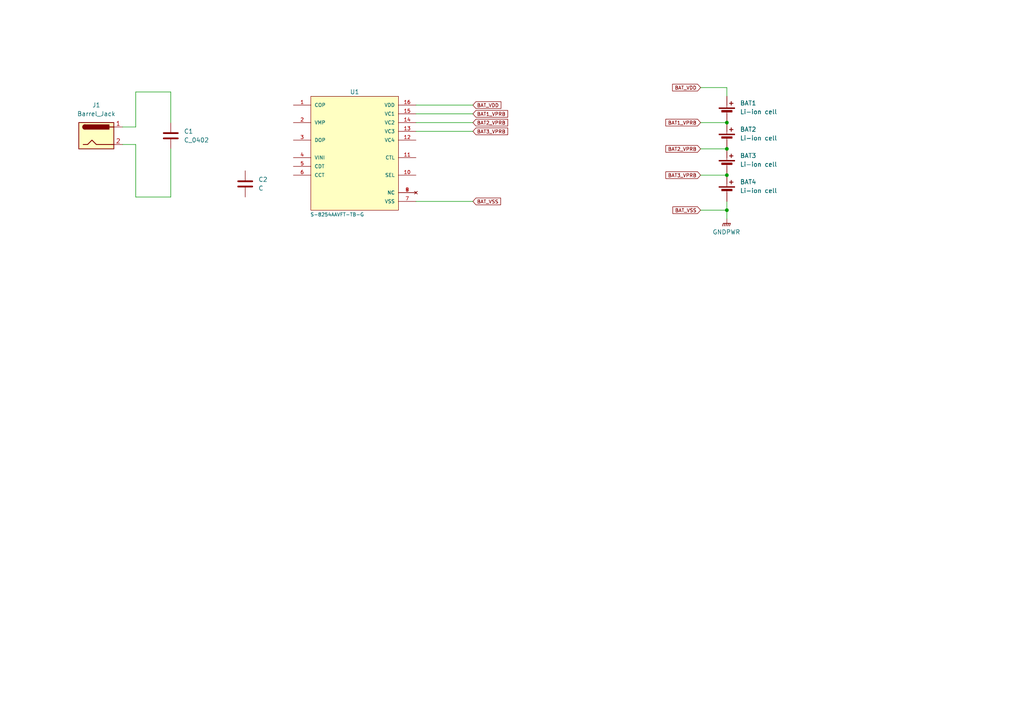
<source format=kicad_sch>
(kicad_sch (version 20230121) (generator eeschema)
  (paper "A4")
  (title_block (title "FDRBAT-PS28 Replacement Battery Unit Charge Control") (date "2024-01-02") (rev "XA01") (company "FALDELEC") (comment 1 "Replaces PS-38 batteries for radio sets AN-PRC 8-9-10 & TRPP13") (comment 2 "Control circuitry for 4 Li-ion batteries in FDRBAT-PS28. ") (comment 3 "Ref: 2PA050228") (comment 4 "Class: 04 (ELEC)"))
  (lib_symbols
    (symbol "Connector:Barrel_Jack" (pin_names (offset 1.016))
      (property "Reference" "J" (at 0 5.334 0))
      (property "Value" "Barrel_Jack" (at 0 -5.08 0))
      (symbol "Barrel_Jack_0_1"
        (rectangle (start -5.08 3.81) (end 5.08 -3.81) (stroke (width 0.254)) (fill (type background)))
        (arc (start -3.302 3.175) (mid -3.9343 2.54) (end -3.302 1.905) (stroke (width 0.254)))
        (arc (start -3.302 3.175) (mid -3.9343 2.54) (end -3.302 1.905) (stroke (width 0.254)) (fill (type outline)))
        (polyline (pts (xy 5.08 2.54) (xy 3.81 2.54)) (stroke (width 0.254)))
        (polyline (pts (xy -3.81 -2.54) (xy -2.54 -2.54) (xy -1.27 -1.27) (xy 0 -2.54) (xy 2.54 -2.54) (xy 5.08 -2.54)) (stroke (width 0.254)))
        (rectangle (start 3.683 3.175) (end -3.302 1.905) (stroke (width 0.254)) (fill (type outline)))
      )
      (symbol "Barrel_Jack_1_1"
        (pin passive line (at 7.62 2.54 180) (length 2.54) (name "~") (number "1"))
        (pin passive line (at 7.62 -2.54 180) (length 2.54) (name "~") (number "2"))
      )
    )
    (symbol "Device:Battery_Cell" (pin_numbers hide) (pin_names (offset 0) hide)
      (property "Reference" "BT" (at 2.54 2.54 0))
      (property "Value" "Battery_Cell" (at 2.54 0 0))
      (symbol "Battery_Cell_0_1"
        (rectangle (start -2.286 1.778) (end 2.286 1.524) (fill (type outline)))
        (rectangle (start -1.524 1.016) (end 1.524 0.508) (fill (type outline)))
        (polyline (pts (xy 0 0.762) (xy 0 0)))
        (polyline (pts (xy 0 1.778) (xy 0 2.54)))
        (polyline (pts (xy 0.762 3.048) (xy 1.778 3.048)) (stroke (width 0.254)))
        (polyline (pts (xy 1.27 3.556) (xy 1.27 2.54)) (stroke (width 0.254)))
      )
      (symbol "Battery_Cell_1_1"
        (pin passive line (at 0 5.08 270) (length 2.54) (name "+") (number "1"))
        (pin passive line (at 0 -2.54 90) (length 2.54) (name "-") (number "2"))
      )
    )
    (symbol "Device:C" (pin_numbers hide) (pin_names (offset 0.254))
      (property "Reference" "C" (at 0.635 2.54 0))
      (property "Value" "C" (at 0.635 -2.54 0))
      (symbol "C_0_1"
        (polyline (pts (xy -2.032 -0.762) (xy 2.032 -0.762)) (stroke (width 0.508)))
        (polyline (pts (xy -2.032 0.762) (xy 2.032 0.762)) (stroke (width 0.508)))
      )
      (symbol "C_1_1"
        (pin passive line (at 0 3.81 270) (length 2.794) (name "~") (number "1"))
        (pin passive line (at 0 -3.81 90) (length 2.794) (name "~") (number "2"))
      )
    )
    (symbol "PCM_Capacitor_AKL:C_0402" (pin_numbers hide) (pin_names (offset 0.254))
      (property "Reference" "C" (at 0.635 2.54 0))
      (property "Value" "C_0402" (at 0.635 -2.54 0))
      (symbol "C_0402_0_1"
        (polyline (pts (xy -2.032 -0.762) (xy 2.032 -0.762)) (stroke (width 0.508)))
        (polyline (pts (xy -2.032 0.762) (xy 2.032 0.762)) (stroke (width 0.508)))
      )
      (symbol "C_0402_1_1"
        (pin passive line (at 0 3.81 270) (length 2.794) (name "~") (number "1"))
        (pin passive line (at 0 -3.81 90) (length 2.794) (name "~") (number "2"))
      )
    )
    (symbol "S-8254AAVFT-TB-G:S-8254AAVFT-TB-G" (pin_names (offset 1.016))
      (property "Reference" "U" (at -12.7 16.002 0))
      (property "Value" "S-8254AAVFT-TB-G" (at -12.7 -20.32 0))
      (symbol "S-8254AAVFT-TB-G_0_0"
        (rectangle (start -12.7 -17.78) (end 12.7 15.24) (stroke (width 0.1524)) (fill (type background)))
        (pin output line (at -17.78 12.7 0) (length 5.08) (name "COP") (number "1"))
        (pin passive line (at 17.78 -7.62 180) (length 5.08) (name "SEL") (number "10"))
        (pin input line (at 17.78 -2.54 180) (length 5.08) (name "CTL") (number "11"))
        (pin power_in line (at 17.78 2.54 180) (length 5.08) (name "VC4") (number "12"))
        (pin power_in line (at 17.78 5.08 180) (length 5.08) (name "VC3") (number "13"))
        (pin power_in line (at 17.78 7.62 180) (length 5.08) (name "VC2") (number "14"))
        (pin power_in line (at 17.78 10.16 180) (length 5.08) (name "VC1") (number "15"))
        (pin power_in line (at 17.78 12.7 180) (length 5.08) (name "VDD") (number "16"))
        (pin passive line (at -17.78 7.62 0) (length 5.08) (name "VMP") (number "2"))
        (pin output line (at -17.78 2.54 0) (length 5.08) (name "DOP") (number "3"))
        (pin passive line (at -17.78 -2.54 0) (length 5.08) (name "VINI") (number "4"))
        (pin passive line (at -17.78 -5.08 0) (length 5.08) (name "CDT") (number "5"))
        (pin passive line (at -17.78 -7.62 0) (length 5.08) (name "CCT") (number "6"))
        (pin power_in line (at 17.78 -15.24 180) (length 5.08) (name "VSS") (number "7"))
        (pin no_connect line (at 17.78 -12.7 180) (length 5.08) (name "NC") (number "8"))
        (pin no_connect line (at 17.78 -12.7 180) (length 5.08) (name "NC") (number "9"))
      )
    )
    (symbol "power:GNDPWR" (power) (pin_names (offset 0))
      (property "Value" "GNDPWR" (at 0 -3.302 0))
      (symbol "GNDPWR_0_1"
        (polyline (pts (xy 0 -1.27) (xy 0 0)))
        (polyline (pts (xy -1.016 -1.27) (xy -1.27 -2.032) (xy -1.27 -2.032)) (stroke (width 0.2032)))
        (polyline (pts (xy -0.508 -1.27) (xy -0.762 -2.032) (xy -0.762 -2.032)) (stroke (width 0.2032)))
        (polyline (pts (xy 0 -1.27) (xy -0.254 -2.032) (xy -0.254 -2.032)) (stroke (width 0.2032)))
        (polyline (pts (xy 0.508 -1.27) (xy 0.254 -2.032) (xy 0.254 -2.032)) (stroke (width 0.2032)))
        (polyline (pts (xy 1.016 -1.27) (xy -1.016 -1.27) (xy -1.016 -1.27)) (stroke (width 0.2032)))
        (polyline (pts (xy 1.016 -1.27) (xy 0.762 -2.032) (xy 0.762 -2.032) (xy 0.762 -2.032)) (stroke (width 0.2032)))
      )
      (symbol "GNDPWR_1_1"
        (pin power_in line (at 0 0 270) (length 0) hide (name "GNDPWR") (number "1"))
      )
    )
  )
  (junction (at 210.82 50.8))
  (junction (at 210.82 60.96))
  (junction (at 210.82 35.56))
  (junction (at 210.82 43.18))
  (wire (pts (xy 39.37 36.83) (xy 39.37 26.67)))
  (wire (pts (xy 120.65 33.02) (xy 137.16 33.02)))
  (wire (pts (xy 210.82 60.96) (xy 210.82 58.42)))
  (wire (pts (xy 210.82 63.5) (xy 210.82 60.96)))
  (wire (pts (xy 203.2 50.8) (xy 210.82 50.8)))
  (wire (pts (xy 39.37 26.67) (xy 49.53 26.67)))
  (wire (pts (xy 39.37 57.15) (xy 49.53 57.15)))
  (wire (pts (xy 120.65 38.1) (xy 137.16 38.1)))
  (wire (pts (xy 49.53 26.67) (xy 49.53 35.56)))
  (wire (pts (xy 210.82 25.4) (xy 210.82 27.94)))
  (wire (pts (xy 49.53 43.18) (xy 49.53 57.15)))
  (wire (pts (xy 203.2 35.56) (xy 210.82 35.56)))
  (wire (pts (xy 35.56 41.91) (xy 39.37 41.91)))
  (wire (pts (xy 120.65 35.56) (xy 137.16 35.56)))
  (wire (pts (xy 35.56 36.83) (xy 39.37 36.83)))
  (wire (pts (xy 120.65 58.42) (xy 137.16 58.42)))
  (wire (pts (xy 39.37 41.91) (xy 39.37 57.15)))
  (wire (pts (xy 203.2 60.96) (xy 210.82 60.96)))
  (wire (pts (xy 120.65 30.48) (xy 137.16 30.48)))
  (wire (pts (xy 203.2 25.4) (xy 210.82 25.4)))
  (wire (pts (xy 203.2 43.18) (xy 210.82 43.18)))
  (global_label "BAT_VDD" (shape input) (at 203.2 25.4 180) (effects (font (size 1 1))) (property "Intersheetrefs" "${INTERSHEET_REFS}" (effects hide)))
  (global_label "BAT_VSS" (shape input) (at 137.16 58.42 0) (effects (font (size 1 1))) (property "Intersheetrefs" "${INTERSHEET_REFS}" (effects hide)))
  (global_label "BAT2_VPRB" (shape input) (at 203.2 43.18 180) (effects (font (size 1 1))) (property "Intersheetrefs" "${INTERSHEET_REFS}" (effects hide)))
  (global_label "BAT_VDD" (shape input) (at 137.16 30.48 0) (effects (font (size 1 1))) (property "Intersheetrefs" "${INTERSHEET_REFS}" (effects hide)))
  (global_label "BAT_VSS" (shape input) (at 203.2 60.96 180) (effects (font (size 1 1))) (property "Intersheetrefs" "${INTERSHEET_REFS}" (effects hide)))
  (global_label "BAT1_VPRB" (shape input) (at 203.2 35.56 180) (effects (font (size 1 1))) (property "Intersheetrefs" "${INTERSHEET_REFS}" (effects hide)))
  (global_label "BAT1_VPRB" (shape input) (at 137.16 33.02 0) (effects (font (size 1 1))) (property "Intersheetrefs" "${INTERSHEET_REFS}" (effects hide)))
  (global_label "BAT2_VPRB" (shape input) (at 137.16 35.56 0) (effects (font (size 1 1))) (property "Intersheetrefs" "${INTERSHEET_REFS}" (effects hide)))
  (global_label "BAT3_VPRB" (shape input) (at 203.2 50.8 180) (effects (font (size 1 1))) (property "Intersheetrefs" "${INTERSHEET_REFS}" (effects hide)))
  (global_label "BAT3_VPRB" (shape input) (at 137.16 38.1 0) (effects (font (size 1 1))) (property "Intersheetrefs" "${INTERSHEET_REFS}" (effects hide)))
  (symbol (lib_id "Connector:Barrel_Jack") (at 27.94 39.37 0) (unit 1)
    (property "Reference" "J1" (at 27.94 30.48 0))
    (property "Value" "Barrel_Jack" (at 27.94 33.02 0))
  )
  (symbol (lib_id "Device:Battery_Cell") (at 210.82 40.64 0) (unit 1)
    (property "Reference" "BAT2" (at 214.63 37.5285 0) (effects (justify left)))
    (property "Value" "Li-ion cell" (at 214.63 40.0685 0) (effects (justify left)))
  )
  (symbol (lib_id "Device:Battery_Cell") (at 210.82 33.02 0) (unit 1)
    (property "Reference" "BAT1" (at 214.63 29.9085 0) (effects (justify left)))
    (property "Value" "Li-ion cell" (at 214.63 32.4485 0) (effects (justify left)))
  )
  (symbol (lib_id "Device:C") (at 71.12 53.34 0) (unit 1)
    (property "Reference" "C2" (at 74.93 52.07 0) (effects (justify left)))
    (property "Value" "C" (at 74.93 54.61 0) (effects (justify left)))
  )
  (symbol (lib_id "S-8254AAVFT-TB-G:S-8254AAVFT-TB-G") (at 102.87 43.18 0) (unit 1)
    (property "Reference" "U1" (at 102.87 26.67 0))
    (property "Value" "S-8254AAVFT-TB-G" (at 97.79 62.23 0) (effects (font (size 1 1))))
    (property "Footprint" "S-8254AAVFT-TB-G:SOP65P640X110-16N" (effects hide))
    (property "MF" "ABLIC U.S.A." (effects hide))
    (property "SNAPEDA_PACKAGE_ID" "45698" (effects hide))
    (property "PACKAGE" "TSSOP-16 Seiko" (effects hide))
    (property "Price" "None" (effects hide))
    (property "Package" "TSSOP-16 Seiko" (effects hide))
    (property "Check_prices" "https://www.snapeda.com/parts/S-8254AAVFT-TB-G/ABLIC+U.S.A.+Inc./view-part/?ref=eda" (effects hide))
    (property "PARTREV" "5.3" (effects hide))
    (property "SnapEDA_Link" "https://www.snapeda.com/parts/S-8254AAVFT-TB-G/ABLIC+U.S.A.+Inc./view-part/?ref=snap" (effects hide))
    (property "MP" "S-8254AAVFT-TB-G" (effects hide))
    (property "Purchase-URL" "https://www.snapeda.com/api/url_track_click_mouser/?unipart_id=2682834&manufacturer=ABLIC U.S.A.&part_name=S-8254AAVFT-TB-G&search_term=battery protection ic" (effects hide))
    (property "Description" "\nBattery Battery Protection IC Lithium Ion/Polymer 16-TSSOP\n" (effects hide))
    (property "MANUFACTURER" "ABLIC U.S.A." (effects hide))
    (property "Availability" "In Stock" (effects hide))
    (property "MAXIMUM_PACKAGE_HEIGHT" "1.1mm" (effects hide))
  )
  (symbol (lib_id "Device:Battery_Cell") (at 210.82 55.88 0) (unit 1)
    (property "Reference" "BAT4" (at 214.63 52.7685 0) (effects (justify left)))
    (property "Value" "Li-ion cell" (at 214.63 55.3085 0) (effects (justify left)))
  )
  (symbol (lib_id "PCM_Capacitor_AKL:C_0402") (at 49.53 39.37 0) (unit 1)
    (property "Reference" "C1" (at 53.34 38.1 0) (effects (justify left)))
    (property "Value" "C_0402" (at 53.34 40.64 0) (effects (justify left)))
    (property "Footprint" "Capacitor_SMD_AKL:C_0402_1005Metric_Pad0.74x0.62mm_HandSolder" (effects hide))
  )
  (symbol (lib_id "power:GNDPWR") (at 210.82 63.5 0) (unit 1)
    (property "Reference" "#PWR01" (effects hide))
    (property "Value" "GNDPWR" (at 210.693 67.31 0))
  )
  (symbol (lib_id "Device:Battery_Cell") (at 210.82 48.26 0) (unit 1)
    (property "Reference" "BAT3" (at 214.63 45.1485 0) (effects (justify left)))
    (property "Value" "Li-ion cell" (at 214.63 47.6885 0) (effects (justify left)))
  )
)
</source>
